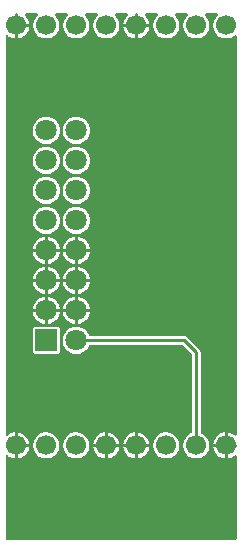
<source format=gbl>
G04 Layer: BottomLayer*
G04 EasyEDA v6.5.22, 2023-04-16 14:26:35*
G04 bb8b18280e224fb8820cbfc46fcd3399,5a6b42c53f6a479593ecc07194224c93,10*
G04 Gerber Generator version 0.2*
G04 Scale: 100 percent, Rotated: No, Reflected: No *
G04 Dimensions in millimeters *
G04 leading zeros omitted , absolute positions ,4 integer and 5 decimal *
%FSLAX45Y45*%
%MOMM*%

%AMMACRO1*21,1,$1,$2,0,0,$3*%
%ADD10C,0.2540*%
%ADD11MACRO1,1.8X1.8X90.0000*%
%ADD12C,1.8000*%
%ADD13C,1.7000*%

%LPD*%
G36*
X36068Y7455408D02*
G01*
X32156Y7456170D01*
X28905Y7458405D01*
X26670Y7461656D01*
X25908Y7465568D01*
X25908Y8162848D01*
X26670Y8166658D01*
X28752Y8169909D01*
X31953Y8172145D01*
X35763Y8173008D01*
X39573Y8172399D01*
X42875Y8170367D01*
X45161Y8168284D01*
X56794Y8160156D01*
X69392Y8153603D01*
X82753Y8148675D01*
X96621Y8145525D01*
X101600Y8145068D01*
X101600Y8242300D01*
X36068Y8242300D01*
X32156Y8243062D01*
X28905Y8245297D01*
X26670Y8248548D01*
X25908Y8252459D01*
X25908Y8257540D01*
X26670Y8261451D01*
X28905Y8264702D01*
X32156Y8266938D01*
X36068Y8267700D01*
X101600Y8267700D01*
X101600Y8364931D01*
X96621Y8364474D01*
X82753Y8361324D01*
X69392Y8356396D01*
X56794Y8349843D01*
X45161Y8341715D01*
X42875Y8339632D01*
X39573Y8337600D01*
X35763Y8336991D01*
X31953Y8337854D01*
X28752Y8340090D01*
X26670Y8343341D01*
X25908Y8347151D01*
X25908Y11718848D01*
X26670Y11722658D01*
X28752Y11725910D01*
X31953Y11728145D01*
X35763Y11729008D01*
X39573Y11728399D01*
X42875Y11726367D01*
X45161Y11724284D01*
X56794Y11716156D01*
X69392Y11709603D01*
X82753Y11704675D01*
X96621Y11701526D01*
X101600Y11701068D01*
X101600Y11798300D01*
X36068Y11798300D01*
X32156Y11799062D01*
X28905Y11801297D01*
X26670Y11804548D01*
X25908Y11808460D01*
X25908Y11813540D01*
X26670Y11817451D01*
X28905Y11820702D01*
X32156Y11822938D01*
X36068Y11823700D01*
X101600Y11823700D01*
X101600Y11901932D01*
X102362Y11905843D01*
X104597Y11909094D01*
X107848Y11911330D01*
X111760Y11912092D01*
X116839Y11912092D01*
X120751Y11911330D01*
X124002Y11909094D01*
X126237Y11905843D01*
X127000Y11901932D01*
X127000Y11823700D01*
X224231Y11823700D01*
X223164Y11832183D01*
X219557Y11845950D01*
X214223Y11859107D01*
X207213Y11871502D01*
X198729Y11882882D01*
X185064Y11897207D01*
X183946Y11901170D01*
X184454Y11905284D01*
X186588Y11908840D01*
X189992Y11911228D01*
X194056Y11912092D01*
X288696Y11912092D01*
X292658Y11911279D01*
X296011Y11908993D01*
X298196Y11905589D01*
X298856Y11901627D01*
X297942Y11897664D01*
X295554Y11894413D01*
X288645Y11888165D01*
X279450Y11877344D01*
X271678Y11865406D01*
X265531Y11852605D01*
X261061Y11839143D01*
X258317Y11825173D01*
X257403Y11811000D01*
X258317Y11796826D01*
X261061Y11782856D01*
X265531Y11769394D01*
X271678Y11756593D01*
X279450Y11744655D01*
X288645Y11733834D01*
X299161Y11724284D01*
X310794Y11716156D01*
X323392Y11709603D01*
X336753Y11704675D01*
X350621Y11701526D01*
X364744Y11700154D01*
X378968Y11700611D01*
X392988Y11702897D01*
X406603Y11706910D01*
X419608Y11712702D01*
X431749Y11720068D01*
X442874Y11728907D01*
X452729Y11739118D01*
X461213Y11750497D01*
X468223Y11762892D01*
X473557Y11776049D01*
X477164Y11789816D01*
X478942Y11803888D01*
X478942Y11818112D01*
X477164Y11832183D01*
X473557Y11845950D01*
X468223Y11859107D01*
X461213Y11871502D01*
X452729Y11882882D01*
X439064Y11897207D01*
X437946Y11901170D01*
X438454Y11905284D01*
X440588Y11908840D01*
X443992Y11911228D01*
X448056Y11912092D01*
X542696Y11912092D01*
X546658Y11911279D01*
X550011Y11908993D01*
X552196Y11905589D01*
X552856Y11901627D01*
X551942Y11897664D01*
X549554Y11894413D01*
X542645Y11888165D01*
X533450Y11877344D01*
X525678Y11865406D01*
X519531Y11852605D01*
X515061Y11839143D01*
X512318Y11825173D01*
X511403Y11811000D01*
X512318Y11796826D01*
X515061Y11782856D01*
X519531Y11769394D01*
X525678Y11756593D01*
X533450Y11744655D01*
X542645Y11733834D01*
X553161Y11724284D01*
X564794Y11716156D01*
X577392Y11709603D01*
X590753Y11704675D01*
X604621Y11701526D01*
X618744Y11700154D01*
X632968Y11700611D01*
X646988Y11702897D01*
X660603Y11706910D01*
X673608Y11712702D01*
X685749Y11720068D01*
X696874Y11728907D01*
X706729Y11739118D01*
X715213Y11750497D01*
X722223Y11762892D01*
X727557Y11776049D01*
X731164Y11789816D01*
X732942Y11803888D01*
X732942Y11818112D01*
X731164Y11832183D01*
X727557Y11845950D01*
X722223Y11859107D01*
X715213Y11871502D01*
X706729Y11882882D01*
X693064Y11897207D01*
X691946Y11901170D01*
X692454Y11905284D01*
X694588Y11908840D01*
X697992Y11911228D01*
X702056Y11912092D01*
X796696Y11912092D01*
X800658Y11911279D01*
X804011Y11908993D01*
X806196Y11905589D01*
X806856Y11901627D01*
X805942Y11897664D01*
X803554Y11894413D01*
X796645Y11888165D01*
X787450Y11877344D01*
X779678Y11865406D01*
X773531Y11852605D01*
X769061Y11839143D01*
X766318Y11825173D01*
X765403Y11811000D01*
X766318Y11796826D01*
X769061Y11782856D01*
X773531Y11769394D01*
X779678Y11756593D01*
X787450Y11744655D01*
X796645Y11733834D01*
X807161Y11724284D01*
X818794Y11716156D01*
X831392Y11709603D01*
X844753Y11704675D01*
X858621Y11701526D01*
X872744Y11700154D01*
X886968Y11700611D01*
X900988Y11702897D01*
X914603Y11706910D01*
X927608Y11712702D01*
X939749Y11720068D01*
X950874Y11728907D01*
X960729Y11739118D01*
X969213Y11750497D01*
X976223Y11762892D01*
X981557Y11776049D01*
X985164Y11789816D01*
X986942Y11803888D01*
X986942Y11818112D01*
X985164Y11832183D01*
X981557Y11845950D01*
X976223Y11859107D01*
X969213Y11871502D01*
X960729Y11882882D01*
X947064Y11897207D01*
X945946Y11901170D01*
X946454Y11905284D01*
X948588Y11908840D01*
X951992Y11911228D01*
X956056Y11912092D01*
X1050696Y11912092D01*
X1054658Y11911279D01*
X1058011Y11908993D01*
X1060196Y11905589D01*
X1060856Y11901627D01*
X1059942Y11897664D01*
X1057554Y11894413D01*
X1050645Y11888165D01*
X1041450Y11877344D01*
X1033678Y11865406D01*
X1027531Y11852605D01*
X1023061Y11839143D01*
X1020318Y11825173D01*
X1020216Y11823700D01*
X1117600Y11823700D01*
X1117600Y11901932D01*
X1118362Y11905843D01*
X1120597Y11909094D01*
X1123848Y11911330D01*
X1127760Y11912092D01*
X1132840Y11912092D01*
X1136751Y11911330D01*
X1140002Y11909094D01*
X1142238Y11905843D01*
X1143000Y11901932D01*
X1143000Y11823700D01*
X1240231Y11823700D01*
X1239164Y11832183D01*
X1235557Y11845950D01*
X1230223Y11859107D01*
X1223213Y11871502D01*
X1214729Y11882882D01*
X1201064Y11897207D01*
X1199946Y11901170D01*
X1200454Y11905284D01*
X1202588Y11908840D01*
X1205992Y11911228D01*
X1210056Y11912092D01*
X1304696Y11912092D01*
X1308658Y11911279D01*
X1312011Y11908993D01*
X1314196Y11905589D01*
X1314856Y11901627D01*
X1313942Y11897664D01*
X1311554Y11894413D01*
X1304645Y11888165D01*
X1295450Y11877344D01*
X1287678Y11865406D01*
X1281531Y11852605D01*
X1277061Y11839143D01*
X1274318Y11825173D01*
X1273403Y11811000D01*
X1274318Y11796826D01*
X1277061Y11782856D01*
X1281531Y11769394D01*
X1287678Y11756593D01*
X1295450Y11744655D01*
X1304645Y11733834D01*
X1315161Y11724284D01*
X1326794Y11716156D01*
X1339392Y11709603D01*
X1352753Y11704675D01*
X1366621Y11701526D01*
X1380744Y11700154D01*
X1394968Y11700611D01*
X1408988Y11702897D01*
X1422603Y11706910D01*
X1435608Y11712702D01*
X1447749Y11720068D01*
X1458874Y11728907D01*
X1468729Y11739118D01*
X1477213Y11750497D01*
X1484223Y11762892D01*
X1489557Y11776049D01*
X1493164Y11789816D01*
X1494942Y11803888D01*
X1494942Y11818112D01*
X1493164Y11832183D01*
X1489557Y11845950D01*
X1484223Y11859107D01*
X1477213Y11871502D01*
X1468729Y11882882D01*
X1455064Y11897207D01*
X1453946Y11901170D01*
X1454454Y11905284D01*
X1456588Y11908840D01*
X1459992Y11911228D01*
X1464056Y11912092D01*
X1558696Y11912092D01*
X1562658Y11911279D01*
X1566011Y11908993D01*
X1568196Y11905589D01*
X1568856Y11901627D01*
X1567942Y11897664D01*
X1565554Y11894413D01*
X1558645Y11888165D01*
X1549450Y11877344D01*
X1541678Y11865406D01*
X1535531Y11852605D01*
X1531061Y11839143D01*
X1528318Y11825173D01*
X1527403Y11811000D01*
X1528318Y11796826D01*
X1531061Y11782856D01*
X1535531Y11769394D01*
X1541678Y11756593D01*
X1549450Y11744655D01*
X1558645Y11733834D01*
X1569161Y11724284D01*
X1580794Y11716156D01*
X1593392Y11709603D01*
X1606753Y11704675D01*
X1620621Y11701526D01*
X1634744Y11700154D01*
X1648968Y11700611D01*
X1662988Y11702897D01*
X1676603Y11706910D01*
X1689607Y11712702D01*
X1701749Y11720068D01*
X1712874Y11728907D01*
X1722729Y11739118D01*
X1731213Y11750497D01*
X1738223Y11762892D01*
X1743557Y11776049D01*
X1747164Y11789816D01*
X1748942Y11803888D01*
X1748942Y11818112D01*
X1747164Y11832183D01*
X1743557Y11845950D01*
X1738223Y11859107D01*
X1731213Y11871502D01*
X1722729Y11882882D01*
X1709064Y11897207D01*
X1707946Y11901170D01*
X1708454Y11905284D01*
X1710588Y11908840D01*
X1713992Y11911228D01*
X1718056Y11912092D01*
X1812696Y11912092D01*
X1816658Y11911279D01*
X1820011Y11908993D01*
X1822196Y11905589D01*
X1822856Y11901627D01*
X1821942Y11897664D01*
X1819554Y11894413D01*
X1812645Y11888165D01*
X1803450Y11877344D01*
X1795678Y11865406D01*
X1789531Y11852605D01*
X1785061Y11839143D01*
X1782318Y11825173D01*
X1781403Y11811000D01*
X1782318Y11796826D01*
X1785061Y11782856D01*
X1789531Y11769394D01*
X1795678Y11756593D01*
X1803450Y11744655D01*
X1812645Y11733834D01*
X1823161Y11724284D01*
X1834794Y11716156D01*
X1847392Y11709603D01*
X1860753Y11704675D01*
X1874621Y11701526D01*
X1888743Y11700154D01*
X1902968Y11700611D01*
X1916988Y11702897D01*
X1930603Y11706910D01*
X1943607Y11712702D01*
X1955749Y11720068D01*
X1964182Y11726773D01*
X1967534Y11728551D01*
X1971293Y11729008D01*
X1974951Y11727992D01*
X1977999Y11725757D01*
X1979980Y11722557D01*
X1980692Y11718848D01*
X1980692Y8347151D01*
X1979980Y8343442D01*
X1977999Y8340242D01*
X1974951Y8338007D01*
X1971293Y8336991D01*
X1967534Y8337448D01*
X1964182Y8339226D01*
X1955749Y8345931D01*
X1943607Y8353298D01*
X1930603Y8359038D01*
X1916988Y8363102D01*
X1905000Y8365032D01*
X1905000Y8267700D01*
X1970532Y8267700D01*
X1974443Y8266938D01*
X1977694Y8264702D01*
X1979930Y8261451D01*
X1980692Y8257540D01*
X1980692Y8252459D01*
X1979930Y8248548D01*
X1977694Y8245297D01*
X1974443Y8243062D01*
X1970532Y8242300D01*
X1905000Y8242300D01*
X1905000Y8144967D01*
X1916988Y8146897D01*
X1930603Y8150910D01*
X1943607Y8156702D01*
X1955749Y8164068D01*
X1964182Y8170773D01*
X1967534Y8172551D01*
X1971293Y8173008D01*
X1974951Y8171992D01*
X1977999Y8169757D01*
X1979980Y8166557D01*
X1980692Y8162848D01*
X1980692Y7465568D01*
X1979930Y7461656D01*
X1977694Y7458405D01*
X1974443Y7456170D01*
X1970532Y7455408D01*
G37*

%LPC*%
G36*
X635000Y9536887D02*
G01*
X636828Y9537039D01*
X651103Y9539732D01*
X664972Y9544253D01*
X678129Y9550450D01*
X690422Y9558223D01*
X701649Y9567519D01*
X711606Y9578136D01*
X720140Y9589922D01*
X727151Y9602673D01*
X732536Y9616186D01*
X736142Y9630308D01*
X737260Y9639300D01*
X635000Y9639300D01*
G37*
G36*
X618744Y8144154D02*
G01*
X632968Y8144611D01*
X646988Y8146897D01*
X660603Y8150910D01*
X673608Y8156702D01*
X685749Y8164068D01*
X696874Y8172907D01*
X706729Y8183118D01*
X715213Y8194497D01*
X722223Y8206892D01*
X727557Y8220049D01*
X731164Y8233816D01*
X732942Y8247888D01*
X732942Y8262112D01*
X731164Y8276183D01*
X727557Y8289950D01*
X722223Y8303107D01*
X715213Y8315502D01*
X706729Y8326881D01*
X696874Y8337092D01*
X685749Y8345931D01*
X673608Y8353298D01*
X660603Y8359038D01*
X646988Y8363102D01*
X632968Y8365388D01*
X618744Y8365845D01*
X604621Y8364474D01*
X590753Y8361324D01*
X577392Y8356396D01*
X564794Y8349843D01*
X553161Y8341715D01*
X542645Y8332165D01*
X533450Y8321344D01*
X525678Y8309406D01*
X519531Y8296605D01*
X515061Y8283143D01*
X512318Y8269173D01*
X511403Y8255000D01*
X512318Y8240826D01*
X515061Y8226856D01*
X519531Y8213394D01*
X525678Y8200593D01*
X533450Y8188655D01*
X542645Y8177834D01*
X553161Y8168284D01*
X564794Y8160156D01*
X577392Y8153603D01*
X590753Y8148675D01*
X604621Y8145525D01*
G37*
G36*
X1380744Y8144154D02*
G01*
X1394968Y8144611D01*
X1408988Y8146897D01*
X1422603Y8150910D01*
X1435608Y8156702D01*
X1447749Y8164068D01*
X1458874Y8172907D01*
X1468729Y8183118D01*
X1477213Y8194497D01*
X1484223Y8206892D01*
X1489557Y8220049D01*
X1493164Y8233816D01*
X1494942Y8247888D01*
X1494942Y8262112D01*
X1493164Y8276183D01*
X1489557Y8289950D01*
X1484223Y8303107D01*
X1477213Y8315502D01*
X1468729Y8326881D01*
X1458874Y8337092D01*
X1447749Y8345931D01*
X1435608Y8353298D01*
X1422603Y8359038D01*
X1408988Y8363102D01*
X1394968Y8365388D01*
X1380744Y8365845D01*
X1366621Y8364474D01*
X1352753Y8361324D01*
X1339392Y8356396D01*
X1326794Y8349843D01*
X1315161Y8341715D01*
X1304645Y8332165D01*
X1295450Y8321344D01*
X1287678Y8309406D01*
X1281531Y8296605D01*
X1277061Y8283143D01*
X1274318Y8269173D01*
X1273403Y8255000D01*
X1274318Y8240826D01*
X1277061Y8226856D01*
X1281531Y8213394D01*
X1287678Y8200593D01*
X1295450Y8188655D01*
X1304645Y8177834D01*
X1315161Y8168284D01*
X1326794Y8160156D01*
X1339392Y8153603D01*
X1352753Y8148675D01*
X1366621Y8145525D01*
G37*
G36*
X1634744Y8144154D02*
G01*
X1648968Y8144611D01*
X1662988Y8146897D01*
X1676603Y8150910D01*
X1689607Y8156702D01*
X1701749Y8164068D01*
X1712874Y8172907D01*
X1722729Y8183118D01*
X1731213Y8194497D01*
X1738223Y8206892D01*
X1743557Y8220049D01*
X1747164Y8233816D01*
X1748942Y8247888D01*
X1748942Y8262112D01*
X1747164Y8276183D01*
X1743557Y8289950D01*
X1738223Y8303107D01*
X1731213Y8315502D01*
X1722729Y8326881D01*
X1712874Y8337092D01*
X1701749Y8345931D01*
X1689607Y8353298D01*
X1682953Y8356244D01*
X1679752Y8358479D01*
X1677670Y8361730D01*
X1676907Y8365540D01*
X1676907Y9041892D01*
X1676095Y9049918D01*
X1673910Y9057132D01*
X1670354Y9063837D01*
X1665224Y9070035D01*
X1564335Y9170924D01*
X1558137Y9176054D01*
X1551432Y9179610D01*
X1544218Y9181795D01*
X1536192Y9182608D01*
X738327Y9182608D01*
X734364Y9183420D01*
X731062Y9185656D01*
X728878Y9189008D01*
X727151Y9193326D01*
X720140Y9206077D01*
X711606Y9217863D01*
X701649Y9228480D01*
X690422Y9237776D01*
X678129Y9245549D01*
X664972Y9251746D01*
X651103Y9256268D01*
X636828Y9258960D01*
X622300Y9259874D01*
X607771Y9258960D01*
X593496Y9256268D01*
X579628Y9251746D01*
X566470Y9245549D01*
X554177Y9237776D01*
X542950Y9228480D01*
X532993Y9217863D01*
X524459Y9206077D01*
X517448Y9193326D01*
X512064Y9179814D01*
X508457Y9165691D01*
X506628Y9151264D01*
X506628Y9136735D01*
X508457Y9122308D01*
X512064Y9108186D01*
X517448Y9094673D01*
X524459Y9081922D01*
X532993Y9070136D01*
X542950Y9059519D01*
X554177Y9050223D01*
X566470Y9042450D01*
X579628Y9036253D01*
X593496Y9031732D01*
X607771Y9029039D01*
X622300Y9028125D01*
X636828Y9029039D01*
X651103Y9031732D01*
X664972Y9036253D01*
X678129Y9042450D01*
X690422Y9050223D01*
X701649Y9059519D01*
X711606Y9070136D01*
X720140Y9081922D01*
X727151Y9094673D01*
X728878Y9098991D01*
X731062Y9102344D01*
X734364Y9104579D01*
X738327Y9105392D01*
X1516481Y9105392D01*
X1520393Y9104630D01*
X1523695Y9102394D01*
X1596694Y9029395D01*
X1598930Y9026093D01*
X1599692Y9022181D01*
X1599692Y8365794D01*
X1599031Y8362188D01*
X1597101Y8359038D01*
X1594205Y8356752D01*
X1580794Y8349792D01*
X1569161Y8341715D01*
X1558645Y8332165D01*
X1549450Y8321344D01*
X1541678Y8309406D01*
X1535531Y8296605D01*
X1531061Y8283143D01*
X1528318Y8269173D01*
X1527403Y8255000D01*
X1528318Y8240826D01*
X1531061Y8226856D01*
X1535531Y8213394D01*
X1541678Y8200593D01*
X1549450Y8188655D01*
X1558645Y8177834D01*
X1569161Y8168284D01*
X1580794Y8160156D01*
X1593392Y8153603D01*
X1606753Y8148675D01*
X1620621Y8145525D01*
G37*
G36*
X127000Y8144967D02*
G01*
X138988Y8146897D01*
X152603Y8150910D01*
X165608Y8156702D01*
X177749Y8164068D01*
X188874Y8172907D01*
X198729Y8183118D01*
X207213Y8194497D01*
X214223Y8206892D01*
X219557Y8220049D01*
X223164Y8233816D01*
X224231Y8242300D01*
X127000Y8242300D01*
G37*
G36*
X1143000Y8144967D02*
G01*
X1154988Y8146897D01*
X1168603Y8150910D01*
X1181608Y8156702D01*
X1193749Y8164068D01*
X1204874Y8172907D01*
X1214729Y8183118D01*
X1223213Y8194497D01*
X1230223Y8206892D01*
X1235557Y8220049D01*
X1239164Y8233816D01*
X1240231Y8242300D01*
X1143000Y8242300D01*
G37*
G36*
X889000Y8144967D02*
G01*
X900988Y8146897D01*
X914603Y8150910D01*
X927608Y8156702D01*
X939749Y8164068D01*
X950874Y8172907D01*
X960729Y8183118D01*
X969213Y8194497D01*
X976223Y8206892D01*
X981557Y8220049D01*
X985164Y8233816D01*
X986231Y8242300D01*
X889000Y8242300D01*
G37*
G36*
X1117600Y11701068D02*
G01*
X1117600Y11798300D01*
X1020216Y11798300D01*
X1020318Y11796826D01*
X1023061Y11782856D01*
X1027531Y11769394D01*
X1033678Y11756593D01*
X1041450Y11744655D01*
X1050645Y11733834D01*
X1061161Y11724284D01*
X1072794Y11716156D01*
X1085392Y11709603D01*
X1098753Y11704675D01*
X1112621Y11701526D01*
G37*
G36*
X863600Y8145068D02*
G01*
X863600Y8242300D01*
X766216Y8242300D01*
X766318Y8240826D01*
X769061Y8226856D01*
X773531Y8213394D01*
X779678Y8200593D01*
X787450Y8188655D01*
X796645Y8177834D01*
X807161Y8168284D01*
X818794Y8160156D01*
X831392Y8153603D01*
X844753Y8148675D01*
X858621Y8145525D01*
G37*
G36*
X1117600Y8145068D02*
G01*
X1117600Y8242300D01*
X1020216Y8242300D01*
X1020318Y8240826D01*
X1023061Y8226856D01*
X1027531Y8213394D01*
X1033678Y8200593D01*
X1041450Y8188655D01*
X1050645Y8177834D01*
X1061161Y8168284D01*
X1072794Y8160156D01*
X1085392Y8153603D01*
X1098753Y8148675D01*
X1112621Y8145525D01*
G37*
G36*
X1879600Y8145068D02*
G01*
X1879600Y8242300D01*
X1782216Y8242300D01*
X1782318Y8240826D01*
X1785061Y8226856D01*
X1789531Y8213394D01*
X1795678Y8200593D01*
X1803450Y8188655D01*
X1812645Y8177834D01*
X1823161Y8168284D01*
X1834794Y8160156D01*
X1847392Y8153603D01*
X1860753Y8148675D01*
X1874621Y8145525D01*
G37*
G36*
X1143000Y11700967D02*
G01*
X1154988Y11702897D01*
X1168603Y11706910D01*
X1181608Y11712702D01*
X1193749Y11720068D01*
X1204874Y11728907D01*
X1214729Y11739118D01*
X1223213Y11750497D01*
X1230223Y11762892D01*
X1235557Y11776049D01*
X1239164Y11789816D01*
X1240231Y11798300D01*
X1143000Y11798300D01*
G37*
G36*
X127000Y8267700D02*
G01*
X224231Y8267700D01*
X223164Y8276183D01*
X219557Y8289950D01*
X214223Y8303107D01*
X207213Y8315502D01*
X198729Y8326881D01*
X188874Y8337092D01*
X177749Y8345931D01*
X165608Y8353298D01*
X152603Y8359038D01*
X138988Y8363102D01*
X127000Y8365032D01*
G37*
G36*
X889000Y8267700D02*
G01*
X986231Y8267700D01*
X985164Y8276183D01*
X981557Y8289950D01*
X976223Y8303107D01*
X969213Y8315502D01*
X960729Y8326881D01*
X950874Y8337092D01*
X939749Y8345931D01*
X927608Y8353298D01*
X914603Y8359038D01*
X900988Y8363102D01*
X889000Y8365032D01*
G37*
G36*
X1143000Y8267700D02*
G01*
X1240231Y8267700D01*
X1239164Y8276183D01*
X1235557Y8289950D01*
X1230223Y8303107D01*
X1223213Y8315502D01*
X1214729Y8326881D01*
X1204874Y8337092D01*
X1193749Y8345931D01*
X1181608Y8353298D01*
X1168603Y8359038D01*
X1154988Y8363102D01*
X1143000Y8365032D01*
G37*
G36*
X766216Y8267700D02*
G01*
X863600Y8267700D01*
X863600Y8364931D01*
X858621Y8364474D01*
X844753Y8361324D01*
X831392Y8356396D01*
X818794Y8349843D01*
X807161Y8341715D01*
X796645Y8332165D01*
X787450Y8321344D01*
X779678Y8309406D01*
X773531Y8296605D01*
X769061Y8283143D01*
X766318Y8269173D01*
G37*
G36*
X1020216Y8267700D02*
G01*
X1117600Y8267700D01*
X1117600Y8364931D01*
X1112621Y8364474D01*
X1098753Y8361324D01*
X1085392Y8356396D01*
X1072794Y8349843D01*
X1061161Y8341715D01*
X1050645Y8332165D01*
X1041450Y8321344D01*
X1033678Y8309406D01*
X1027531Y8296605D01*
X1023061Y8283143D01*
X1020318Y8269173D01*
G37*
G36*
X1782216Y8267700D02*
G01*
X1879600Y8267700D01*
X1879600Y8364931D01*
X1874621Y8364474D01*
X1860753Y8361324D01*
X1847392Y8356396D01*
X1834794Y8349843D01*
X1823161Y8341715D01*
X1812645Y8332165D01*
X1803450Y8321344D01*
X1795678Y8309406D01*
X1789531Y8296605D01*
X1785061Y8283143D01*
X1782318Y8269173D01*
G37*
G36*
X127000Y11700967D02*
G01*
X138988Y11702897D01*
X152603Y11706910D01*
X165608Y11712702D01*
X177749Y11720068D01*
X188874Y11728907D01*
X198729Y11739118D01*
X207213Y11750497D01*
X214223Y11762892D01*
X219557Y11776049D01*
X223164Y11789816D01*
X224231Y11798300D01*
X127000Y11798300D01*
G37*
G36*
X622300Y10806125D02*
G01*
X636828Y10807039D01*
X651103Y10809732D01*
X664972Y10814253D01*
X678129Y10820450D01*
X690422Y10828223D01*
X701649Y10837519D01*
X711606Y10848136D01*
X720140Y10859922D01*
X727151Y10872673D01*
X732536Y10886186D01*
X736142Y10900308D01*
X737971Y10914735D01*
X737971Y10929264D01*
X736142Y10943691D01*
X732536Y10957814D01*
X727151Y10971326D01*
X720140Y10984077D01*
X711606Y10995863D01*
X701649Y11006480D01*
X690422Y11015776D01*
X678129Y11023549D01*
X664972Y11029746D01*
X651103Y11034268D01*
X636828Y11036960D01*
X622300Y11037874D01*
X607771Y11036960D01*
X593496Y11034268D01*
X579628Y11029746D01*
X566470Y11023549D01*
X554177Y11015776D01*
X542950Y11006480D01*
X532993Y10995863D01*
X524459Y10984077D01*
X517448Y10971326D01*
X512064Y10957814D01*
X508457Y10943691D01*
X506628Y10929264D01*
X506628Y10914735D01*
X508457Y10900308D01*
X512064Y10886186D01*
X517448Y10872673D01*
X524459Y10859922D01*
X532993Y10848136D01*
X542950Y10837519D01*
X554177Y10828223D01*
X566470Y10820450D01*
X579628Y10814253D01*
X593496Y10809732D01*
X607771Y10807039D01*
G37*
G36*
X278892Y9028074D02*
G01*
X457708Y9028074D01*
X464058Y9028785D01*
X469493Y9030716D01*
X474421Y9033814D01*
X478485Y9037878D01*
X481584Y9042806D01*
X483514Y9048242D01*
X484225Y9054592D01*
X484225Y9233408D01*
X483514Y9239758D01*
X481584Y9245193D01*
X478485Y9250121D01*
X474421Y9254185D01*
X469493Y9257284D01*
X464058Y9259214D01*
X457708Y9259925D01*
X278892Y9259925D01*
X272542Y9259214D01*
X267106Y9257284D01*
X262178Y9254185D01*
X258114Y9250121D01*
X255016Y9245193D01*
X253085Y9239758D01*
X252374Y9233408D01*
X252374Y9054592D01*
X253085Y9048242D01*
X255016Y9042806D01*
X258114Y9037878D01*
X262178Y9033814D01*
X267106Y9030716D01*
X272542Y9028785D01*
G37*
G36*
X368300Y10806125D02*
G01*
X382828Y10807039D01*
X397103Y10809732D01*
X410972Y10814253D01*
X424129Y10820450D01*
X436422Y10828223D01*
X447649Y10837519D01*
X457606Y10848136D01*
X466140Y10859922D01*
X473151Y10872673D01*
X478535Y10886186D01*
X482142Y10900308D01*
X483971Y10914735D01*
X483971Y10929264D01*
X482142Y10943691D01*
X478535Y10957814D01*
X473151Y10971326D01*
X466140Y10984077D01*
X457606Y10995863D01*
X447649Y11006480D01*
X436422Y11015776D01*
X424129Y11023549D01*
X410972Y11029746D01*
X397103Y11034268D01*
X382828Y11036960D01*
X368300Y11037874D01*
X353771Y11036960D01*
X339496Y11034268D01*
X325628Y11029746D01*
X312470Y11023549D01*
X300177Y11015776D01*
X288950Y11006480D01*
X278993Y10995863D01*
X270459Y10984077D01*
X263448Y10971326D01*
X258064Y10957814D01*
X254457Y10943691D01*
X252628Y10929264D01*
X252628Y10914735D01*
X254457Y10900308D01*
X258064Y10886186D01*
X263448Y10872673D01*
X270459Y10859922D01*
X278993Y10848136D01*
X288950Y10837519D01*
X300177Y10828223D01*
X312470Y10820450D01*
X325628Y10814253D01*
X339496Y10809732D01*
X353771Y10807039D01*
G37*
G36*
X635000Y9282887D02*
G01*
X636828Y9283039D01*
X651103Y9285732D01*
X664972Y9290253D01*
X678129Y9296450D01*
X690422Y9304223D01*
X701649Y9313519D01*
X711606Y9324136D01*
X720140Y9335922D01*
X727151Y9348673D01*
X732536Y9362186D01*
X736142Y9376308D01*
X737260Y9385300D01*
X635000Y9385300D01*
G37*
G36*
X355600Y9282887D02*
G01*
X355600Y9385300D01*
X253339Y9385300D01*
X254457Y9376308D01*
X258064Y9362186D01*
X263448Y9348673D01*
X270459Y9335922D01*
X278993Y9324136D01*
X288950Y9313519D01*
X300177Y9304223D01*
X312470Y9296450D01*
X325628Y9290253D01*
X339496Y9285732D01*
X353771Y9283039D01*
G37*
G36*
X381000Y9282887D02*
G01*
X382828Y9283039D01*
X397103Y9285732D01*
X410972Y9290253D01*
X424129Y9296450D01*
X436422Y9304223D01*
X447649Y9313519D01*
X457606Y9324136D01*
X466140Y9335922D01*
X473151Y9348673D01*
X478535Y9362186D01*
X482142Y9376308D01*
X483260Y9385300D01*
X381000Y9385300D01*
G37*
G36*
X609600Y9282887D02*
G01*
X609600Y9385300D01*
X507339Y9385300D01*
X508457Y9376308D01*
X512064Y9362186D01*
X517448Y9348673D01*
X524459Y9335922D01*
X532993Y9324136D01*
X542950Y9313519D01*
X554177Y9304223D01*
X566470Y9296450D01*
X579628Y9290253D01*
X593496Y9285732D01*
X607771Y9283039D01*
G37*
G36*
X507339Y9410700D02*
G01*
X609600Y9410700D01*
X609600Y9513112D01*
X607771Y9512960D01*
X593496Y9510268D01*
X579628Y9505746D01*
X566470Y9499549D01*
X554177Y9491776D01*
X542950Y9482480D01*
X532993Y9471863D01*
X524459Y9460077D01*
X517448Y9447326D01*
X512064Y9433814D01*
X508457Y9419691D01*
G37*
G36*
X381000Y9410700D02*
G01*
X483260Y9410700D01*
X482142Y9419691D01*
X478535Y9433814D01*
X473151Y9447326D01*
X466140Y9460077D01*
X457606Y9471863D01*
X447649Y9482480D01*
X436422Y9491776D01*
X424129Y9499549D01*
X410972Y9505746D01*
X397103Y9510268D01*
X382828Y9512960D01*
X381000Y9513112D01*
G37*
G36*
X635000Y9410700D02*
G01*
X737260Y9410700D01*
X736142Y9419691D01*
X732536Y9433814D01*
X727151Y9447326D01*
X720140Y9460077D01*
X711606Y9471863D01*
X701649Y9482480D01*
X690422Y9491776D01*
X678129Y9499549D01*
X664972Y9505746D01*
X651103Y9510268D01*
X636828Y9512960D01*
X635000Y9513112D01*
G37*
G36*
X253339Y9410700D02*
G01*
X355600Y9410700D01*
X355600Y9513112D01*
X353771Y9512960D01*
X339496Y9510268D01*
X325628Y9505746D01*
X312470Y9499549D01*
X300177Y9491776D01*
X288950Y9482480D01*
X278993Y9471863D01*
X270459Y9460077D01*
X263448Y9447326D01*
X258064Y9433814D01*
X254457Y9419691D01*
G37*
G36*
X381000Y9536887D02*
G01*
X382828Y9537039D01*
X397103Y9539732D01*
X410972Y9544253D01*
X424129Y9550450D01*
X436422Y9558223D01*
X447649Y9567519D01*
X457606Y9578136D01*
X466140Y9589922D01*
X473151Y9602673D01*
X478535Y9616186D01*
X482142Y9630308D01*
X483260Y9639300D01*
X381000Y9639300D01*
G37*
G36*
X609600Y9536887D02*
G01*
X609600Y9639300D01*
X507339Y9639300D01*
X508457Y9630308D01*
X512064Y9616186D01*
X517448Y9602673D01*
X524459Y9589922D01*
X532993Y9578136D01*
X542950Y9567519D01*
X554177Y9558223D01*
X566470Y9550450D01*
X579628Y9544253D01*
X593496Y9539732D01*
X607771Y9537039D01*
G37*
G36*
X355600Y9536887D02*
G01*
X355600Y9639300D01*
X253339Y9639300D01*
X254457Y9630308D01*
X258064Y9616186D01*
X263448Y9602673D01*
X270459Y9589922D01*
X278993Y9578136D01*
X288950Y9567519D01*
X300177Y9558223D01*
X312470Y9550450D01*
X325628Y9544253D01*
X339496Y9539732D01*
X353771Y9537039D01*
G37*
G36*
X364744Y8144154D02*
G01*
X378968Y8144611D01*
X392988Y8146897D01*
X406603Y8150910D01*
X419608Y8156702D01*
X431749Y8164068D01*
X442874Y8172907D01*
X452729Y8183118D01*
X461213Y8194497D01*
X468223Y8206892D01*
X473557Y8220049D01*
X477164Y8233816D01*
X478942Y8247888D01*
X478942Y8262112D01*
X477164Y8276183D01*
X473557Y8289950D01*
X468223Y8303107D01*
X461213Y8315502D01*
X452729Y8326881D01*
X442874Y8337092D01*
X431749Y8345931D01*
X419608Y8353298D01*
X406603Y8359038D01*
X392988Y8363102D01*
X378968Y8365388D01*
X364744Y8365845D01*
X350621Y8364474D01*
X336753Y8361324D01*
X323392Y8356396D01*
X310794Y8349843D01*
X299161Y8341715D01*
X288645Y8332165D01*
X279450Y8321344D01*
X271678Y8309406D01*
X265531Y8296605D01*
X261061Y8283143D01*
X258317Y8269173D01*
X257403Y8255000D01*
X258317Y8240826D01*
X261061Y8226856D01*
X265531Y8213394D01*
X271678Y8200593D01*
X279450Y8188655D01*
X288645Y8177834D01*
X299161Y8168284D01*
X310794Y8160156D01*
X323392Y8153603D01*
X336753Y8148675D01*
X350621Y8145525D01*
G37*
G36*
X507339Y9664700D02*
G01*
X609600Y9664700D01*
X609600Y9767112D01*
X607771Y9766960D01*
X593496Y9764268D01*
X579628Y9759746D01*
X566470Y9753549D01*
X554177Y9745776D01*
X542950Y9736480D01*
X532993Y9725863D01*
X524459Y9714077D01*
X517448Y9701326D01*
X512064Y9687814D01*
X508457Y9673691D01*
G37*
G36*
X381000Y9664700D02*
G01*
X483260Y9664700D01*
X482142Y9673691D01*
X478535Y9687814D01*
X473151Y9701326D01*
X466140Y9714077D01*
X457606Y9725863D01*
X447649Y9736480D01*
X436422Y9745776D01*
X424129Y9753549D01*
X410972Y9759746D01*
X397103Y9764268D01*
X382828Y9766960D01*
X381000Y9767112D01*
G37*
G36*
X635000Y9664700D02*
G01*
X737260Y9664700D01*
X736142Y9673691D01*
X732536Y9687814D01*
X727151Y9701326D01*
X720140Y9714077D01*
X711606Y9725863D01*
X701649Y9736480D01*
X690422Y9745776D01*
X678129Y9753549D01*
X664972Y9759746D01*
X651103Y9764268D01*
X636828Y9766960D01*
X635000Y9767112D01*
G37*
G36*
X253339Y9664700D02*
G01*
X355600Y9664700D01*
X355600Y9767112D01*
X353771Y9766960D01*
X339496Y9764268D01*
X325628Y9759746D01*
X312470Y9753549D01*
X300177Y9745776D01*
X288950Y9736480D01*
X278993Y9725863D01*
X270459Y9714077D01*
X263448Y9701326D01*
X258064Y9687814D01*
X254457Y9673691D01*
G37*
G36*
X381000Y9790887D02*
G01*
X382828Y9791039D01*
X397103Y9793732D01*
X410972Y9798253D01*
X424129Y9804450D01*
X436422Y9812223D01*
X447649Y9821519D01*
X457606Y9832136D01*
X466140Y9843922D01*
X473151Y9856673D01*
X478535Y9870186D01*
X482142Y9884308D01*
X483260Y9893300D01*
X381000Y9893300D01*
G37*
G36*
X635000Y9790887D02*
G01*
X636828Y9791039D01*
X651103Y9793732D01*
X664972Y9798253D01*
X678129Y9804450D01*
X690422Y9812223D01*
X701649Y9821519D01*
X711606Y9832136D01*
X720140Y9843922D01*
X727151Y9856673D01*
X732536Y9870186D01*
X736142Y9884308D01*
X737260Y9893300D01*
X635000Y9893300D01*
G37*
G36*
X355600Y9790887D02*
G01*
X355600Y9893300D01*
X253339Y9893300D01*
X254457Y9884308D01*
X258064Y9870186D01*
X263448Y9856673D01*
X270459Y9843922D01*
X278993Y9832136D01*
X288950Y9821519D01*
X300177Y9812223D01*
X312470Y9804450D01*
X325628Y9798253D01*
X339496Y9793732D01*
X353771Y9791039D01*
G37*
G36*
X609600Y9790887D02*
G01*
X609600Y9893300D01*
X507339Y9893300D01*
X508457Y9884308D01*
X512064Y9870186D01*
X517448Y9856673D01*
X524459Y9843922D01*
X532993Y9832136D01*
X542950Y9821519D01*
X554177Y9812223D01*
X566470Y9804450D01*
X579628Y9798253D01*
X593496Y9793732D01*
X607771Y9791039D01*
G37*
G36*
X253339Y9918700D02*
G01*
X355600Y9918700D01*
X355600Y10021112D01*
X353771Y10020960D01*
X339496Y10018268D01*
X325628Y10013746D01*
X312470Y10007549D01*
X300177Y9999776D01*
X288950Y9990480D01*
X278993Y9979863D01*
X270459Y9968077D01*
X263448Y9955326D01*
X258064Y9941814D01*
X254457Y9927691D01*
G37*
G36*
X635000Y9918700D02*
G01*
X737260Y9918700D01*
X736142Y9927691D01*
X732536Y9941814D01*
X727151Y9955326D01*
X720140Y9968077D01*
X711606Y9979863D01*
X701649Y9990480D01*
X690422Y9999776D01*
X678129Y10007549D01*
X664972Y10013746D01*
X651103Y10018268D01*
X636828Y10020960D01*
X635000Y10021112D01*
G37*
G36*
X507339Y9918700D02*
G01*
X609600Y9918700D01*
X609600Y10021112D01*
X607771Y10020960D01*
X593496Y10018268D01*
X579628Y10013746D01*
X566470Y10007549D01*
X554177Y9999776D01*
X542950Y9990480D01*
X532993Y9979863D01*
X524459Y9968077D01*
X517448Y9955326D01*
X512064Y9941814D01*
X508457Y9927691D01*
G37*
G36*
X381000Y9918700D02*
G01*
X483260Y9918700D01*
X482142Y9927691D01*
X478535Y9941814D01*
X473151Y9955326D01*
X466140Y9968077D01*
X457606Y9979863D01*
X447649Y9990480D01*
X436422Y9999776D01*
X424129Y10007549D01*
X410972Y10013746D01*
X397103Y10018268D01*
X382828Y10020960D01*
X381000Y10021112D01*
G37*
G36*
X368300Y10044125D02*
G01*
X382828Y10045039D01*
X397103Y10047732D01*
X410972Y10052253D01*
X424129Y10058450D01*
X436422Y10066223D01*
X447649Y10075519D01*
X457606Y10086136D01*
X466140Y10097922D01*
X473151Y10110673D01*
X478535Y10124186D01*
X482142Y10138308D01*
X483971Y10152735D01*
X483971Y10167264D01*
X482142Y10181691D01*
X478535Y10195814D01*
X473151Y10209326D01*
X466140Y10222077D01*
X457606Y10233863D01*
X447649Y10244480D01*
X436422Y10253776D01*
X424129Y10261549D01*
X410972Y10267746D01*
X397103Y10272268D01*
X382828Y10274960D01*
X368300Y10275874D01*
X353771Y10274960D01*
X339496Y10272268D01*
X325628Y10267746D01*
X312470Y10261549D01*
X300177Y10253776D01*
X288950Y10244480D01*
X278993Y10233863D01*
X270459Y10222077D01*
X263448Y10209326D01*
X258064Y10195814D01*
X254457Y10181691D01*
X252628Y10167264D01*
X252628Y10152735D01*
X254457Y10138308D01*
X258064Y10124186D01*
X263448Y10110673D01*
X270459Y10097922D01*
X278993Y10086136D01*
X288950Y10075519D01*
X300177Y10066223D01*
X312470Y10058450D01*
X325628Y10052253D01*
X339496Y10047732D01*
X353771Y10045039D01*
G37*
G36*
X622300Y10044125D02*
G01*
X636828Y10045039D01*
X651103Y10047732D01*
X664972Y10052253D01*
X678129Y10058450D01*
X690422Y10066223D01*
X701649Y10075519D01*
X711606Y10086136D01*
X720140Y10097922D01*
X727151Y10110673D01*
X732536Y10124186D01*
X736142Y10138308D01*
X737971Y10152735D01*
X737971Y10167264D01*
X736142Y10181691D01*
X732536Y10195814D01*
X727151Y10209326D01*
X720140Y10222077D01*
X711606Y10233863D01*
X701649Y10244480D01*
X690422Y10253776D01*
X678129Y10261549D01*
X664972Y10267746D01*
X651103Y10272268D01*
X636828Y10274960D01*
X622300Y10275874D01*
X607771Y10274960D01*
X593496Y10272268D01*
X579628Y10267746D01*
X566470Y10261549D01*
X554177Y10253776D01*
X542950Y10244480D01*
X532993Y10233863D01*
X524459Y10222077D01*
X517448Y10209326D01*
X512064Y10195814D01*
X508457Y10181691D01*
X506628Y10167264D01*
X506628Y10152735D01*
X508457Y10138308D01*
X512064Y10124186D01*
X517448Y10110673D01*
X524459Y10097922D01*
X532993Y10086136D01*
X542950Y10075519D01*
X554177Y10066223D01*
X566470Y10058450D01*
X579628Y10052253D01*
X593496Y10047732D01*
X607771Y10045039D01*
G37*
G36*
X368300Y10298125D02*
G01*
X382828Y10299039D01*
X397103Y10301732D01*
X410972Y10306253D01*
X424129Y10312450D01*
X436422Y10320223D01*
X447649Y10329519D01*
X457606Y10340136D01*
X466140Y10351922D01*
X473151Y10364673D01*
X478535Y10378186D01*
X482142Y10392308D01*
X483971Y10406735D01*
X483971Y10421264D01*
X482142Y10435691D01*
X478535Y10449814D01*
X473151Y10463326D01*
X466140Y10476077D01*
X457606Y10487863D01*
X447649Y10498480D01*
X436422Y10507776D01*
X424129Y10515549D01*
X410972Y10521746D01*
X397103Y10526268D01*
X382828Y10528960D01*
X368300Y10529874D01*
X353771Y10528960D01*
X339496Y10526268D01*
X325628Y10521746D01*
X312470Y10515549D01*
X300177Y10507776D01*
X288950Y10498480D01*
X278993Y10487863D01*
X270459Y10476077D01*
X263448Y10463326D01*
X258064Y10449814D01*
X254457Y10435691D01*
X252628Y10421264D01*
X252628Y10406735D01*
X254457Y10392308D01*
X258064Y10378186D01*
X263448Y10364673D01*
X270459Y10351922D01*
X278993Y10340136D01*
X288950Y10329519D01*
X300177Y10320223D01*
X312470Y10312450D01*
X325628Y10306253D01*
X339496Y10301732D01*
X353771Y10299039D01*
G37*
G36*
X622300Y10298125D02*
G01*
X636828Y10299039D01*
X651103Y10301732D01*
X664972Y10306253D01*
X678129Y10312450D01*
X690422Y10320223D01*
X701649Y10329519D01*
X711606Y10340136D01*
X720140Y10351922D01*
X727151Y10364673D01*
X732536Y10378186D01*
X736142Y10392308D01*
X737971Y10406735D01*
X737971Y10421264D01*
X736142Y10435691D01*
X732536Y10449814D01*
X727151Y10463326D01*
X720140Y10476077D01*
X711606Y10487863D01*
X701649Y10498480D01*
X690422Y10507776D01*
X678129Y10515549D01*
X664972Y10521746D01*
X651103Y10526268D01*
X636828Y10528960D01*
X622300Y10529874D01*
X607771Y10528960D01*
X593496Y10526268D01*
X579628Y10521746D01*
X566470Y10515549D01*
X554177Y10507776D01*
X542950Y10498480D01*
X532993Y10487863D01*
X524459Y10476077D01*
X517448Y10463326D01*
X512064Y10449814D01*
X508457Y10435691D01*
X506628Y10421264D01*
X506628Y10406735D01*
X508457Y10392308D01*
X512064Y10378186D01*
X517448Y10364673D01*
X524459Y10351922D01*
X532993Y10340136D01*
X542950Y10329519D01*
X554177Y10320223D01*
X566470Y10312450D01*
X579628Y10306253D01*
X593496Y10301732D01*
X607771Y10299039D01*
G37*
G36*
X368300Y10552125D02*
G01*
X382828Y10553039D01*
X397103Y10555732D01*
X410972Y10560253D01*
X424129Y10566450D01*
X436422Y10574223D01*
X447649Y10583519D01*
X457606Y10594136D01*
X466140Y10605922D01*
X473151Y10618673D01*
X478535Y10632186D01*
X482142Y10646308D01*
X483971Y10660735D01*
X483971Y10675264D01*
X482142Y10689691D01*
X478535Y10703814D01*
X473151Y10717326D01*
X466140Y10730077D01*
X457606Y10741863D01*
X447649Y10752480D01*
X436422Y10761776D01*
X424129Y10769549D01*
X410972Y10775746D01*
X397103Y10780268D01*
X382828Y10782960D01*
X368300Y10783874D01*
X353771Y10782960D01*
X339496Y10780268D01*
X325628Y10775746D01*
X312470Y10769549D01*
X300177Y10761776D01*
X288950Y10752480D01*
X278993Y10741863D01*
X270459Y10730077D01*
X263448Y10717326D01*
X258064Y10703814D01*
X254457Y10689691D01*
X252628Y10675264D01*
X252628Y10660735D01*
X254457Y10646308D01*
X258064Y10632186D01*
X263448Y10618673D01*
X270459Y10605922D01*
X278993Y10594136D01*
X288950Y10583519D01*
X300177Y10574223D01*
X312470Y10566450D01*
X325628Y10560253D01*
X339496Y10555732D01*
X353771Y10553039D01*
G37*
G36*
X622300Y10552125D02*
G01*
X636828Y10553039D01*
X651103Y10555732D01*
X664972Y10560253D01*
X678129Y10566450D01*
X690422Y10574223D01*
X701649Y10583519D01*
X711606Y10594136D01*
X720140Y10605922D01*
X727151Y10618673D01*
X732536Y10632186D01*
X736142Y10646308D01*
X737971Y10660735D01*
X737971Y10675264D01*
X736142Y10689691D01*
X732536Y10703814D01*
X727151Y10717326D01*
X720140Y10730077D01*
X711606Y10741863D01*
X701649Y10752480D01*
X690422Y10761776D01*
X678129Y10769549D01*
X664972Y10775746D01*
X651103Y10780268D01*
X636828Y10782960D01*
X622300Y10783874D01*
X607771Y10782960D01*
X593496Y10780268D01*
X579628Y10775746D01*
X566470Y10769549D01*
X554177Y10761776D01*
X542950Y10752480D01*
X532993Y10741863D01*
X524459Y10730077D01*
X517448Y10717326D01*
X512064Y10703814D01*
X508457Y10689691D01*
X506628Y10675264D01*
X506628Y10660735D01*
X508457Y10646308D01*
X512064Y10632186D01*
X517448Y10618673D01*
X524459Y10605922D01*
X532993Y10594136D01*
X542950Y10583519D01*
X554177Y10574223D01*
X566470Y10566450D01*
X579628Y10560253D01*
X593496Y10555732D01*
X607771Y10553039D01*
G37*

%LPD*%
D10*
X622300Y9144000D02*
G01*
X1536700Y9144000D01*
X1638300Y9042400D01*
X1638300Y8255000D01*
D11*
G01*
X368300Y9144000D03*
D12*
G01*
X622300Y9144000D03*
G01*
X368300Y9398000D03*
G01*
X622300Y9398000D03*
G01*
X368300Y9652000D03*
G01*
X622300Y9652000D03*
G01*
X368300Y9906000D03*
G01*
X622300Y9906000D03*
G01*
X368300Y10160000D03*
G01*
X622300Y10160000D03*
G01*
X368300Y10414000D03*
G01*
X622300Y10414000D03*
G01*
X368300Y10668000D03*
G01*
X622300Y10668000D03*
G01*
X368300Y10922000D03*
G01*
X622300Y10922000D03*
D13*
G01*
X1130300Y11811000D03*
G01*
X1892300Y11811000D03*
G01*
X1638300Y11811000D03*
G01*
X1384300Y11811000D03*
G01*
X1130300Y8255000D03*
G01*
X1892300Y8255000D03*
G01*
X1638300Y8255000D03*
G01*
X1384300Y8255000D03*
G01*
X114300Y8255000D03*
G01*
X876300Y8255000D03*
G01*
X622300Y8255000D03*
G01*
X368300Y8255000D03*
G01*
X114300Y11811000D03*
G01*
X876300Y11811000D03*
G01*
X622300Y11811000D03*
G01*
X368300Y11811000D03*
M02*

</source>
